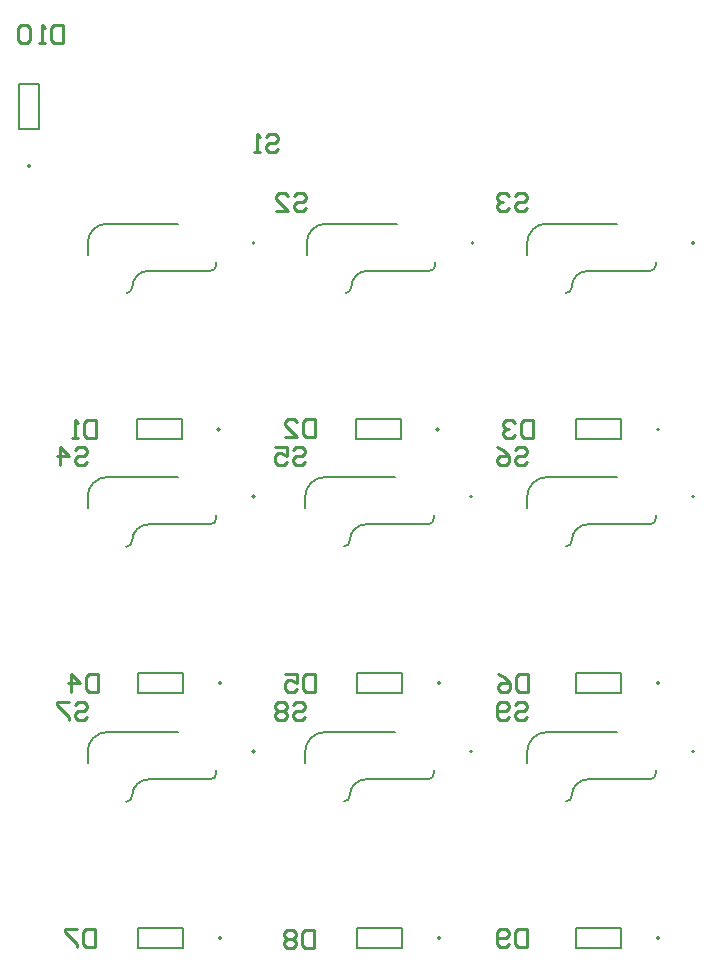
<source format=gbo>
G04*
G04 #@! TF.GenerationSoftware,Altium Limited,Altium Designer,25.8.1 (18)*
G04*
G04 Layer_Color=32896*
%FSLAX44Y44*%
%MOMM*%
G71*
G04*
G04 #@! TF.SameCoordinates,ADD3D31B-8851-4C81-8C4E-7CFF1D2DEE2F*
G04*
G04*
G04 #@! TF.FilePolarity,Positive*
G04*
G01*
G75*
%ADD10C,0.2000*%
%ADD13C,0.1270*%
%ADD14C,0.2540*%
D10*
X678820Y661970D02*
G03*
X678820Y661970I-1000J0D01*
G01*
X864240D02*
G03*
X864240Y661970I-1000J0D01*
G01*
X1050930D02*
G03*
X1050930Y661970I-1000J0D01*
G01*
X678820Y447340D02*
G03*
X678820Y447340I-1000J0D01*
G01*
X862970D02*
G03*
X862970Y447340I-1000J0D01*
G01*
X1050930D02*
G03*
X1050930Y447340I-1000J0D01*
G01*
X678820Y231440D02*
G03*
X678820Y231440I-1000J0D01*
G01*
X862970D02*
G03*
X862970Y231440I-1000J0D01*
G01*
X1050930D02*
G03*
X1050930Y231440I-1000J0D01*
G01*
X488680Y727240D02*
G03*
X488680Y727240I-1000J0D01*
G01*
X1021280Y73660D02*
G03*
X1021280Y73660I-1000J0D01*
G01*
X835860D02*
G03*
X835860Y73660I-1000J0D01*
G01*
X650440D02*
G03*
X650440Y73660I-1000J0D01*
G01*
X1021280Y289560D02*
G03*
X1021280Y289560I-1000J0D01*
G01*
X650440D02*
G03*
X650440Y289560I-1000J0D01*
G01*
X1021280Y504190D02*
G03*
X1021280Y504190I-1000J0D01*
G01*
X834590D02*
G03*
X834590Y504190I-1000J0D01*
G01*
X649170D02*
G03*
X649170Y504190I-1000J0D01*
G01*
X835860Y289560D02*
G03*
X835860Y289560I-1000J0D01*
G01*
D13*
X554070Y678420D02*
G03*
X537320Y661670I0J-16750D01*
G01*
X570070Y619520D02*
G03*
X575070Y624520I0J5000D01*
G01*
X588970Y638420D02*
G03*
X575070Y624520I0J-13900D01*
G01*
X641320Y638420D02*
G03*
X646320Y643420I0J5000D01*
G01*
X826740Y638420D02*
G03*
X831740Y643420I0J5000D01*
G01*
X774390Y638420D02*
G03*
X760490Y624520I0J-13900D01*
G01*
X755490Y619520D02*
G03*
X760490Y624520I0J5000D01*
G01*
X739490Y678420D02*
G03*
X722740Y661670I0J-16750D01*
G01*
X926180Y678420D02*
G03*
X909430Y661670I0J-16750D01*
G01*
X942180Y619520D02*
G03*
X947180Y624520I0J5000D01*
G01*
X961080Y638420D02*
G03*
X947180Y624520I0J-13900D01*
G01*
X1013430Y638420D02*
G03*
X1018430Y643420I0J5000D01*
G01*
X641320Y423790D02*
G03*
X646320Y428790I0J5000D01*
G01*
X588970Y423790D02*
G03*
X575070Y409890I0J-13900D01*
G01*
X570070Y404890D02*
G03*
X575070Y409890I0J5000D01*
G01*
X554070Y463790D02*
G03*
X537320Y447040I0J-16750D01*
G01*
X738220Y463790D02*
G03*
X721470Y447040I0J-16750D01*
G01*
X754220Y404890D02*
G03*
X759220Y409890I0J5000D01*
G01*
X773120Y423790D02*
G03*
X759220Y409890I0J-13900D01*
G01*
X825470Y423790D02*
G03*
X830470Y428790I0J5000D01*
G01*
X1013430Y423790D02*
G03*
X1018430Y428790I0J5000D01*
G01*
X961080Y423790D02*
G03*
X947180Y409890I0J-13900D01*
G01*
X942180Y404890D02*
G03*
X947180Y409890I0J5000D01*
G01*
X926180Y463790D02*
G03*
X909430Y447040I0J-16750D01*
G01*
X554070Y247890D02*
G03*
X537320Y231140I0J-16750D01*
G01*
X570070Y188990D02*
G03*
X575070Y193990I0J5000D01*
G01*
X588970Y207890D02*
G03*
X575070Y193990I0J-13900D01*
G01*
X641320Y207890D02*
G03*
X646320Y212890I0J5000D01*
G01*
X825470Y207890D02*
G03*
X830470Y212890I0J5000D01*
G01*
X773120Y207890D02*
G03*
X759220Y193990I0J-13900D01*
G01*
X754220Y188990D02*
G03*
X759220Y193990I0J5000D01*
G01*
X738220Y247890D02*
G03*
X721470Y231140I0J-16750D01*
G01*
X926180Y247890D02*
G03*
X909430Y231140I0J-16750D01*
G01*
X942180Y188990D02*
G03*
X947180Y193990I0J5000D01*
G01*
X961080Y207890D02*
G03*
X947180Y193990I0J-13900D01*
G01*
X1013430Y207890D02*
G03*
X1018430Y212890I0J5000D01*
G01*
X554070Y678420D02*
X613570D01*
X537320Y651970D02*
Y661670D01*
X646320Y643420D02*
Y645970D01*
X588970Y638420D02*
X641320D01*
X774390D02*
X826740D01*
X831740Y643420D02*
Y645970D01*
X722740Y651970D02*
Y661670D01*
X739490Y678420D02*
X798990D01*
X926180D02*
X985680D01*
X909430Y651970D02*
Y661670D01*
X1018430Y643420D02*
Y645970D01*
X961080Y638420D02*
X1013430D01*
X588970Y423790D02*
X641320D01*
X646320Y428790D02*
Y431340D01*
X537320Y437340D02*
Y447040D01*
X554070Y463790D02*
X613570D01*
X738220D02*
X797720D01*
X721470Y437340D02*
Y447040D01*
X830470Y428790D02*
Y431340D01*
X773120Y423790D02*
X825470D01*
X961080D02*
X1013430D01*
X1018430Y428790D02*
Y431340D01*
X909430Y437340D02*
Y447040D01*
X926180Y463790D02*
X985680D01*
X554070Y247890D02*
X613570D01*
X537320Y221440D02*
Y231140D01*
X646320Y212890D02*
Y215440D01*
X588970Y207890D02*
X641320D01*
X773120D02*
X825470D01*
X830470Y212890D02*
Y215440D01*
X721470Y221440D02*
Y231140D01*
X738220Y247890D02*
X797720D01*
X926180D02*
X985680D01*
X909430Y221440D02*
Y231140D01*
X1018430Y212890D02*
Y215440D01*
X961080Y207890D02*
X1013430D01*
X496280Y758215D02*
Y796265D01*
X479080D02*
X496280D01*
X479080Y758215D02*
Y796265D01*
Y758215D02*
X496280D01*
X951255Y82260D02*
X989305D01*
X951255Y65060D02*
Y82260D01*
Y65060D02*
X989305D01*
Y82260D01*
X765835D02*
X803885D01*
X765835Y65060D02*
Y82260D01*
Y65060D02*
X803885D01*
Y82260D01*
X580415D02*
X618465D01*
X580415Y65060D02*
Y82260D01*
Y65060D02*
X618465D01*
Y82260D01*
X951255Y298160D02*
X989305D01*
X951255Y280960D02*
Y298160D01*
Y280960D02*
X989305D01*
Y298160D01*
X580415D02*
X618465D01*
X580415Y280960D02*
Y298160D01*
Y280960D02*
X618465D01*
Y298160D01*
X951255Y512790D02*
X989305D01*
X951255Y495590D02*
Y512790D01*
Y495590D02*
X989305D01*
Y512790D01*
X802615Y495590D02*
Y512790D01*
X764565Y495590D02*
X802615D01*
X764565D02*
Y512790D01*
X802615D01*
X579145D02*
X617195D01*
X579145Y495590D02*
Y512790D01*
Y495590D02*
X617195D01*
Y512790D01*
X765835Y298160D02*
X803885D01*
X765835Y280960D02*
Y298160D01*
Y280960D02*
X803885D01*
Y298160D01*
D14*
X516890Y846831D02*
Y831596D01*
X509272D01*
X506733Y834135D01*
Y844292D01*
X509272Y846831D01*
X516890D01*
X501655Y831596D02*
X496577D01*
X499116D01*
Y846831D01*
X501655Y844292D01*
X488959D02*
X486420Y846831D01*
X481342D01*
X478802Y844292D01*
Y834135D01*
X481342Y831596D01*
X486420D01*
X488959Y834135D01*
Y844292D01*
X898909Y271014D02*
X901449Y273553D01*
X906527D01*
X909066Y271014D01*
Y268475D01*
X906527Y265935D01*
X901449D01*
X898909Y263396D01*
Y260857D01*
X901449Y258318D01*
X906527D01*
X909066Y260857D01*
X893831D02*
X891292Y258318D01*
X886213D01*
X883674Y260857D01*
Y271014D01*
X886213Y273553D01*
X891292D01*
X893831Y271014D01*
Y268475D01*
X891292Y265935D01*
X883674D01*
X710949Y271014D02*
X713488Y273553D01*
X718567D01*
X721106Y271014D01*
Y268475D01*
X718567Y265935D01*
X713488D01*
X710949Y263396D01*
Y260857D01*
X713488Y258318D01*
X718567D01*
X721106Y260857D01*
X705871Y271014D02*
X703332Y273553D01*
X698253D01*
X695714Y271014D01*
Y268475D01*
X698253Y265935D01*
X695714Y263396D01*
Y260857D01*
X698253Y258318D01*
X703332D01*
X705871Y260857D01*
Y263396D01*
X703332Y265935D01*
X705871Y268475D01*
Y271014D01*
X703332Y265935D02*
X698253D01*
X526799Y271014D02*
X529338Y273553D01*
X534417D01*
X536956Y271014D01*
Y268475D01*
X534417Y265935D01*
X529338D01*
X526799Y263396D01*
Y260857D01*
X529338Y258318D01*
X534417D01*
X536956Y260857D01*
X521721Y273553D02*
X511564D01*
Y271014D01*
X521721Y260857D01*
Y258318D01*
X898909Y486914D02*
X901449Y489453D01*
X906527D01*
X909066Y486914D01*
Y484375D01*
X906527Y481836D01*
X901449D01*
X898909Y479296D01*
Y476757D01*
X901449Y474218D01*
X906527D01*
X909066Y476757D01*
X883674Y489453D02*
X888753Y486914D01*
X893831Y481836D01*
Y476757D01*
X891292Y474218D01*
X886213D01*
X883674Y476757D01*
Y479296D01*
X886213Y481836D01*
X893831D01*
X710949Y486914D02*
X713488Y489453D01*
X718567D01*
X721106Y486914D01*
Y484375D01*
X718567Y481836D01*
X713488D01*
X710949Y479296D01*
Y476757D01*
X713488Y474218D01*
X718567D01*
X721106Y476757D01*
X695714Y489453D02*
X705871D01*
Y481836D01*
X700793Y484375D01*
X698253D01*
X695714Y481836D01*
Y476757D01*
X698253Y474218D01*
X703332D01*
X705871Y476757D01*
X526799Y486914D02*
X529338Y489453D01*
X534417D01*
X536956Y486914D01*
Y484375D01*
X534417Y481836D01*
X529338D01*
X526799Y479296D01*
Y476757D01*
X529338Y474218D01*
X534417D01*
X536956Y476757D01*
X514103Y474218D02*
Y489453D01*
X521721Y481836D01*
X511564D01*
X898909Y701544D02*
X901449Y704083D01*
X906527D01*
X909066Y701544D01*
Y699005D01*
X906527Y696466D01*
X901449D01*
X898909Y693926D01*
Y691387D01*
X901449Y688848D01*
X906527D01*
X909066Y691387D01*
X893831Y701544D02*
X891292Y704083D01*
X886213D01*
X883674Y701544D01*
Y699005D01*
X886213Y696466D01*
X888753D01*
X886213D01*
X883674Y693926D01*
Y691387D01*
X886213Y688848D01*
X891292D01*
X893831Y691387D01*
X712219Y701544D02*
X714759Y704083D01*
X719837D01*
X722376Y701544D01*
Y699005D01*
X719837Y696466D01*
X714759D01*
X712219Y693926D01*
Y691387D01*
X714759Y688848D01*
X719837D01*
X722376Y691387D01*
X696984Y688848D02*
X707141D01*
X696984Y699005D01*
Y701544D01*
X699523Y704083D01*
X704602D01*
X707141Y701544D01*
X688340Y751838D02*
X690879Y754378D01*
X695957D01*
X698497Y751838D01*
Y749299D01*
X695957Y746760D01*
X690879D01*
X688340Y744221D01*
Y741682D01*
X690879Y739143D01*
X695957D01*
X698497Y741682D01*
X683262Y739143D02*
X678183D01*
X680722D01*
Y754378D01*
X683262Y751838D01*
X909316Y81278D02*
Y66042D01*
X901698D01*
X899159Y68582D01*
Y78738D01*
X901698Y81278D01*
X909316D01*
X894081Y68582D02*
X891542Y66042D01*
X886463D01*
X883924Y68582D01*
Y78738D01*
X886463Y81278D01*
X891542D01*
X894081Y78738D01*
Y76199D01*
X891542Y73660D01*
X883924D01*
X728976Y80007D02*
Y64773D01*
X721358D01*
X718819Y67312D01*
Y77468D01*
X721358Y80007D01*
X728976D01*
X713741Y77468D02*
X711202Y80007D01*
X706123D01*
X703584Y77468D01*
Y74929D01*
X706123Y72390D01*
X703584Y69851D01*
Y67312D01*
X706123Y64773D01*
X711202D01*
X713741Y67312D01*
Y69851D01*
X711202Y72390D01*
X713741Y74929D01*
Y77468D01*
X711202Y72390D02*
X706123D01*
X543556Y81278D02*
Y66042D01*
X535938D01*
X533399Y68582D01*
Y78738D01*
X535938Y81278D01*
X543556D01*
X528321D02*
X518164D01*
Y78738D01*
X528321Y68582D01*
Y66042D01*
X910586Y297178D02*
Y281943D01*
X902968D01*
X900429Y284482D01*
Y294638D01*
X902968Y297178D01*
X910586D01*
X885194D02*
X890273Y294638D01*
X895351Y289560D01*
Y284482D01*
X892812Y281943D01*
X887733D01*
X885194Y284482D01*
Y287021D01*
X887733Y289560D01*
X895351D01*
X546096Y297178D02*
Y281943D01*
X538478D01*
X535939Y284482D01*
Y294638D01*
X538478Y297178D01*
X546096D01*
X523243Y281943D02*
Y297178D01*
X530861Y289560D01*
X520704D01*
X914396Y511808D02*
Y496572D01*
X906778D01*
X904239Y499112D01*
Y509268D01*
X906778Y511808D01*
X914396D01*
X899161Y509268D02*
X896622Y511808D01*
X891543D01*
X889004Y509268D01*
Y506729D01*
X891543Y504190D01*
X894082D01*
X891543D01*
X889004Y501651D01*
Y499112D01*
X891543Y496572D01*
X896622D01*
X899161Y499112D01*
X730246Y513078D02*
Y497842D01*
X722628D01*
X720089Y500382D01*
Y510538D01*
X722628Y513078D01*
X730246D01*
X704854Y497842D02*
X715011D01*
X704854Y507999D01*
Y510538D01*
X707393Y513078D01*
X712472D01*
X715011Y510538D01*
X544827Y511808D02*
Y496572D01*
X537209D01*
X534670Y499112D01*
Y509268D01*
X537209Y511808D01*
X544827D01*
X529592Y496572D02*
X524513D01*
X527052D01*
Y511808D01*
X529592Y509268D01*
X730246Y297178D02*
Y281943D01*
X722628D01*
X720089Y284482D01*
Y294638D01*
X722628Y297178D01*
X730246D01*
X704854D02*
X715011D01*
Y289560D01*
X709932Y292099D01*
X707393D01*
X704854Y289560D01*
Y284482D01*
X707393Y281943D01*
X712472D01*
X715011Y284482D01*
M02*

</source>
